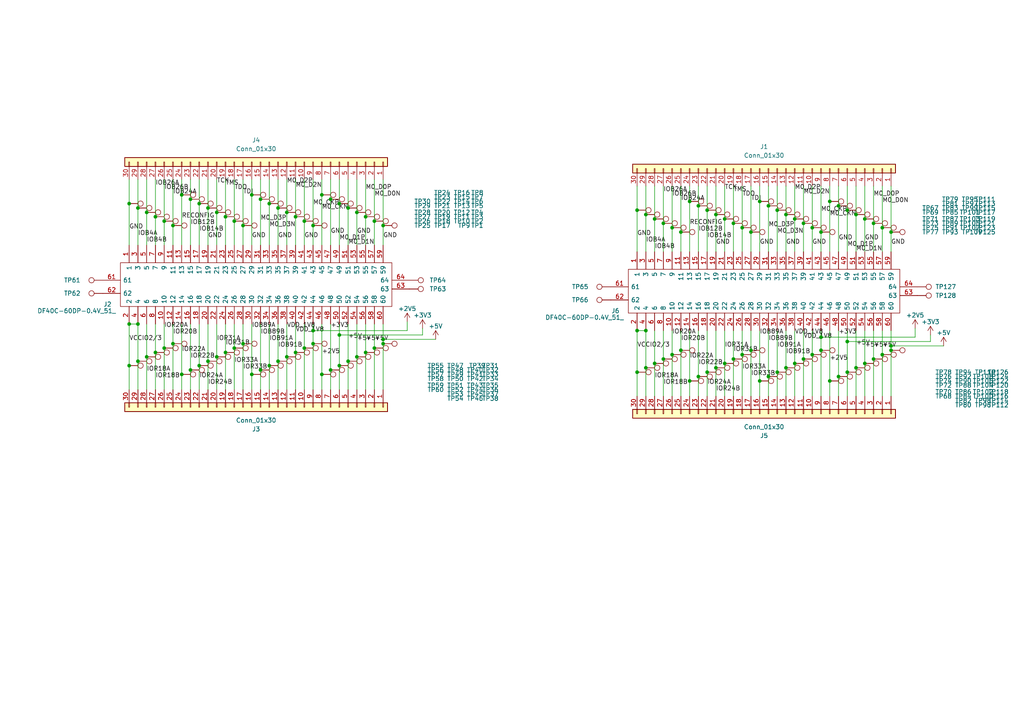
<source format=kicad_sch>
(kicad_sch (version 20230121) (generator eeschema)
  (paper "A4")
  (junction (at 37.465 106.045))
  (junction (at 98.425 59.055))
  (junction (at 73.025 108.585))
  (junction (at 42.545 103.505))
  (junction (at 67.945 100.965))
  (junction (at 70.485 99.695))
  (junction (at 250.825 63.5))
  (junction (at 103.505 103.505))
  (junction (at 78.105 59.055))
  (junction (at 192.405 104.14))
  (junction (at 65.405 102.235))
  (junction (at 57.785 106.045))
  (junction (at 230.505 105.41))
  (junction (at 255.905 102.87))
  (junction (at 108.585 100.965))
  (junction (at 37.465 59.055))
  (junction (at 227.965 62.23))
  (junction (at 95.885 107.315))
  (junction (at 220.345 110.49))
  (junction (at 240.665 110.49))
  (junction (at 192.405 64.77))
  (junction (at 42.545 61.595))
  (junction (at 189.865 63.5))
  (junction (at 80.645 104.775))
  (junction (at 210.185 105.41))
  (junction (at 233.045 64.77))
  (junction (at 197.485 67.31))
  (junction (at 187.325 95.885))
  (junction (at 62.865 61.595))
  (junction (at 108.585 64.135))
  (junction (at 50.165 65.405))
  (junction (at 98.425 106.045))
  (junction (at 78.105 106.045))
  (junction (at 57.785 59.055))
  (junction (at 197.485 101.6))
  (junction (at 75.565 57.785))
  (junction (at 106.045 62.865))
  (junction (at 50.165 99.695))
  (junction (at 55.245 57.785))
  (junction (at 215.265 66.04))
  (junction (at 40.005 104.775))
  (junction (at 222.885 109.22))
  (junction (at 93.345 56.515))
  (junction (at 73.025 56.515))
  (junction (at 205.105 60.96))
  (junction (at 67.945 64.135))
  (junction (at 194.945 66.04))
  (junction (at 245.745 107.95))
  (junction (at 217.805 101.6))
  (junction (at 227.965 106.68))
  (junction (at 184.785 107.95))
  (junction (at 85.725 62.865))
  (junction (at 52.705 108.585))
  (junction (at 212.725 104.14))
  (junction (at 210.185 63.5))
  (junction (at 230.505 63.5))
  (junction (at 60.325 104.775))
  (junction (at 243.205 59.69))
  (junction (at 70.485 65.405))
  (junction (at 207.645 106.68))
  (junction (at 189.865 105.41))
  (junction (at 100.965 104.775))
  (junction (at 222.885 59.69))
  (junction (at 184.785 95.885))
  (junction (at 45.085 102.235))
  (junction (at 187.325 62.23))
  (junction (at 245.745 99.06))
  (junction (at 245.745 60.96))
  (junction (at 47.625 100.965))
  (junction (at 212.725 64.77))
  (junction (at 90.805 65.405))
  (junction (at 88.265 100.965))
  (junction (at 90.805 99.695))
  (junction (at 238.125 97.79))
  (junction (at 240.665 58.42))
  (junction (at 200.025 110.49))
  (junction (at 238.125 67.31))
  (junction (at 111.125 65.405))
  (junction (at 95.885 57.785))
  (junction (at 217.805 67.31))
  (junction (at 98.425 97.155))
  (junction (at 194.945 102.87))
  (junction (at 37.465 93.98))
  (junction (at 258.445 67.31))
  (junction (at 83.185 103.505))
  (junction (at 248.285 106.68))
  (junction (at 225.425 107.95))
  (junction (at 258.445 100.33))
  (junction (at 225.425 60.96))
  (junction (at 215.265 102.87))
  (junction (at 45.085 62.865))
  (junction (at 235.585 66.04))
  (junction (at 253.365 64.77))
  (junction (at 200.025 58.42))
  (junction (at 258.445 101.6))
  (junction (at 100.965 60.325))
  (junction (at 248.285 62.23))
  (junction (at 255.905 66.04))
  (junction (at 207.645 62.23))
  (junction (at 103.505 61.595))
  (junction (at 52.705 56.515))
  (junction (at 220.345 58.42))
  (junction (at 238.125 101.6))
  (junction (at 111.125 99.695))
  (junction (at 90.805 95.885))
  (junction (at 235.585 102.87))
  (junction (at 184.785 60.96))
  (junction (at 187.325 106.68))
  (junction (at 233.045 104.14))
  (junction (at 47.625 64.135))
  (junction (at 40.005 93.98))
  (junction (at 62.865 103.505))
  (junction (at 65.405 62.865))
  (junction (at 205.105 107.95))
  (junction (at 80.645 60.325))
  (junction (at 60.325 60.325))
  (junction (at 83.185 61.595))
  (junction (at 55.245 107.315))
  (junction (at 243.205 109.22))
  (junction (at 75.565 107.315))
  (junction (at 250.825 105.41))
  (junction (at 202.565 109.22))
  (junction (at 40.005 60.325))
  (junction (at 88.265 64.135))
  (junction (at 253.365 104.14))
  (junction (at 85.725 102.235))
  (junction (at 202.565 59.69))
  (junction (at 111.125 98.425))
  (junction (at 106.045 102.235))
  (junction (at 93.345 108.585))
  (wire (pts (xy 100.965 60.325) (xy 100.965 71.12)))
  (wire (pts (xy 88.265 52.07) (xy 88.265 64.135)))
  (wire (pts (xy 212.725 95.885) (xy 212.725 104.14)))
  (wire (pts (xy 85.725 93.98) (xy 85.725 102.235)))
  (wire (pts (xy 62.865 71.12) (xy 62.865 61.595)))
  (wire (pts (xy 55.245 113.03) (xy 55.245 107.315)))
  (wire (pts (xy 238.125 97.79) (xy 265.43 97.79)))
  (wire (pts (xy 65.405 52.07) (xy 65.405 62.865)))
  (wire (pts (xy 194.945 114.935) (xy 194.945 102.87)))
  (wire (pts (xy 83.185 93.98) (xy 83.185 103.505)))
  (wire (pts (xy 98.425 113.03) (xy 98.425 106.045)))
  (wire (pts (xy 118.11 95.885) (xy 118.11 93.345)))
  (wire (pts (xy 47.625 113.03) (xy 47.625 100.965)))
  (wire (pts (xy 83.185 113.03) (xy 83.185 103.505)))
  (wire (pts (xy 227.965 95.885) (xy 227.965 106.68)))
  (wire (pts (xy 243.205 95.885) (xy 243.205 109.22)))
  (wire (pts (xy 189.865 73.025) (xy 189.865 63.5)))
  (wire (pts (xy 98.425 52.07) (xy 98.425 59.055)))
  (wire (pts (xy 245.745 53.975) (xy 245.745 60.96)))
  (wire (pts (xy 230.505 114.935) (xy 230.505 105.41)))
  (wire (pts (xy 108.585 113.03) (xy 108.585 100.965)))
  (wire (pts (xy 255.905 53.975) (xy 255.905 66.04)))
  (wire (pts (xy 258.445 95.885) (xy 258.445 100.33)))
  (wire (pts (xy 235.585 53.975) (xy 235.585 66.04)))
  (wire (pts (xy 65.405 93.98) (xy 65.405 102.235)))
  (wire (pts (xy 222.885 114.935) (xy 222.885 109.22)))
  (wire (pts (xy 187.325 95.885) (xy 187.325 106.68)))
  (wire (pts (xy 90.805 52.07) (xy 90.805 65.405)))
  (wire (pts (xy 60.325 52.07) (xy 60.325 60.325)))
  (wire (pts (xy 103.505 52.07) (xy 103.505 61.595)))
  (wire (pts (xy 200.025 53.975) (xy 200.025 58.42)))
  (wire (pts (xy 194.945 73.025) (xy 194.945 66.04)))
  (wire (pts (xy 90.805 113.03) (xy 90.805 99.695)))
  (wire (pts (xy 103.505 113.03) (xy 103.505 103.505)))
  (wire (pts (xy 60.325 60.325) (xy 60.325 71.12)))
  (wire (pts (xy 75.565 52.07) (xy 75.565 57.785)))
  (wire (pts (xy 95.885 113.03) (xy 95.885 107.315)))
  (wire (pts (xy 67.945 113.03) (xy 67.945 100.965)))
  (wire (pts (xy 200.025 114.935) (xy 200.025 110.49)))
  (wire (pts (xy 42.545 52.07) (xy 42.545 61.595)))
  (wire (pts (xy 55.245 52.07) (xy 55.245 57.785)))
  (wire (pts (xy 197.485 73.025) (xy 197.485 67.31)))
  (wire (pts (xy 88.265 64.135) (xy 88.265 71.12)))
  (wire (pts (xy 225.425 53.975) (xy 225.425 60.96)))
  (wire (pts (xy 253.365 53.975) (xy 253.365 64.77)))
  (wire (pts (xy 83.185 52.07) (xy 83.185 61.595)))
  (wire (pts (xy 220.345 53.975) (xy 220.345 58.42)))
  (wire (pts (xy 93.345 93.98) (xy 93.345 108.585)))
  (wire (pts (xy 220.345 58.42) (xy 220.345 73.025)))
  (wire (pts (xy 45.085 71.12) (xy 45.085 62.865)))
  (wire (pts (xy 85.725 52.07) (xy 85.725 62.865)))
  (wire (pts (xy 42.545 93.98) (xy 42.545 103.505)))
  (wire (pts (xy 57.785 52.07) (xy 57.785 59.055)))
  (wire (pts (xy 245.745 99.06) (xy 245.745 107.95)))
  (wire (pts (xy 187.325 53.975) (xy 187.325 62.23)))
  (wire (pts (xy 93.345 52.07) (xy 93.345 56.515)))
  (wire (pts (xy 106.045 93.98) (xy 106.045 102.235)))
  (wire (pts (xy 60.325 113.03) (xy 60.325 104.775)))
  (wire (pts (xy 78.105 113.03) (xy 78.105 106.045)))
  (wire (pts (xy 55.245 93.98) (xy 55.245 107.315)))
  (wire (pts (xy 40.005 93.98) (xy 40.005 104.775)))
  (wire (pts (xy 73.025 113.03) (xy 73.025 108.585)))
  (wire (pts (xy 194.945 95.885) (xy 194.945 102.87)))
  (wire (pts (xy 184.785 114.935) (xy 184.785 107.95)))
  (wire (pts (xy 238.125 73.025) (xy 238.125 67.31)))
  (wire (pts (xy 50.165 52.07) (xy 50.165 65.405)))
  (wire (pts (xy 90.805 71.12) (xy 90.805 65.405)))
  (wire (pts (xy 189.865 114.935) (xy 189.865 105.41)))
  (wire (pts (xy 85.725 113.03) (xy 85.725 102.235)))
  (wire (pts (xy 37.465 93.98) (xy 40.005 93.98)))
  (wire (pts (xy 93.345 56.515) (xy 93.345 71.12)))
  (wire (pts (xy 192.405 73.025) (xy 192.405 64.77)))
  (wire (pts (xy 108.585 93.98) (xy 108.585 100.965)))
  (wire (pts (xy 235.585 66.04) (xy 235.585 73.025)))
  (wire (pts (xy 215.265 73.025) (xy 215.265 66.04)))
  (wire (pts (xy 80.645 113.03) (xy 80.645 104.775)))
  (wire (pts (xy 187.325 62.23) (xy 187.325 73.025)))
  (wire (pts (xy 98.425 93.98) (xy 98.425 97.155)))
  (wire (pts (xy 78.105 93.98) (xy 78.105 106.045)))
  (wire (pts (xy 106.045 52.07) (xy 106.045 62.865)))
  (wire (pts (xy 210.185 95.885) (xy 210.185 105.41)))
  (wire (pts (xy 250.825 114.935) (xy 250.825 105.41)))
  (wire (pts (xy 217.805 73.025) (xy 217.805 67.31)))
  (wire (pts (xy 65.405 71.12) (xy 65.405 62.865)))
  (wire (pts (xy 240.665 114.935) (xy 240.665 110.49)))
  (wire (pts (xy 212.725 53.975) (xy 212.725 64.77)))
  (wire (pts (xy 57.785 93.98) (xy 57.785 106.045)))
  (wire (pts (xy 37.465 59.055) (xy 37.465 71.12)))
  (wire (pts (xy 47.625 93.98) (xy 47.625 100.965)))
  (wire (pts (xy 197.485 53.975) (xy 197.485 67.31)))
  (wire (pts (xy 250.825 95.885) (xy 250.825 105.41)))
  (wire (pts (xy 245.745 60.96) (xy 245.745 73.025)))
  (wire (pts (xy 55.245 57.785) (xy 55.245 71.12)))
  (wire (pts (xy 217.805 114.935) (xy 217.805 101.6)))
  (wire (pts (xy 248.285 62.23) (xy 248.285 73.025)))
  (wire (pts (xy 184.785 95.885) (xy 187.325 95.885)))
  (wire (pts (xy 62.865 113.03) (xy 62.865 103.505)))
  (wire (pts (xy 235.585 95.885) (xy 235.585 102.87)))
  (wire (pts (xy 45.085 113.03) (xy 45.085 102.235)))
  (wire (pts (xy 253.365 95.885) (xy 253.365 104.14)))
  (wire (pts (xy 243.205 73.025) (xy 243.205 59.69)))
  (wire (pts (xy 207.645 62.23) (xy 207.645 73.025)))
  (wire (pts (xy 253.365 114.935) (xy 253.365 104.14)))
  (wire (pts (xy 220.345 95.885) (xy 220.345 110.49)))
  (wire (pts (xy 255.905 95.885) (xy 255.905 102.87)))
  (wire (pts (xy 70.485 93.98) (xy 70.485 99.695)))
  (wire (pts (xy 243.205 53.975) (xy 243.205 59.69)))
  (wire (pts (xy 98.425 97.155) (xy 122.555 97.155)))
  (wire (pts (xy 70.485 71.12) (xy 70.485 65.405)))
  (wire (pts (xy 57.785 113.03) (xy 57.785 106.045)))
  (wire (pts (xy 235.585 114.935) (xy 235.585 102.87)))
  (wire (pts (xy 90.805 93.98) (xy 90.805 95.885)))
  (wire (pts (xy 202.565 53.975) (xy 202.565 59.69)))
  (wire (pts (xy 253.365 73.025) (xy 253.365 64.77)))
  (wire (pts (xy 258.445 67.31) (xy 258.445 73.025)))
  (wire (pts (xy 83.185 71.12) (xy 83.185 61.595)))
  (wire (pts (xy 62.865 52.07) (xy 62.865 61.595)))
  (wire (pts (xy 240.665 58.42) (xy 240.665 73.025)))
  (wire (pts (xy 67.945 52.07) (xy 67.945 64.135)))
  (wire (pts (xy 95.885 52.07) (xy 95.885 57.785)))
  (wire (pts (xy 111.125 93.98) (xy 111.125 98.425)))
  (wire (pts (xy 197.485 114.935) (xy 197.485 101.6)))
  (wire (pts (xy 217.805 95.885) (xy 217.805 101.6)))
  (wire (pts (xy 200.025 58.42) (xy 200.025 73.025)))
  (wire (pts (xy 233.045 95.885) (xy 233.045 104.14)))
  (wire (pts (xy 103.505 93.98) (xy 103.505 103.505)))
  (wire (pts (xy 88.265 113.03) (xy 88.265 100.965)))
  (wire (pts (xy 40.005 113.03) (xy 40.005 104.775)))
  (wire (pts (xy 192.405 114.935) (xy 192.405 104.14)))
  (wire (pts (xy 189.865 53.975) (xy 189.865 63.5)))
  (wire (pts (xy 202.565 114.935) (xy 202.565 109.22)))
  (wire (pts (xy 95.885 71.12) (xy 95.885 57.785)))
  (wire (pts (xy 205.105 95.885) (xy 205.105 107.95)))
  (wire (pts (xy 230.505 95.885) (xy 230.505 105.41)))
  (wire (pts (xy 47.625 71.12) (xy 47.625 64.135)))
  (wire (pts (xy 37.465 93.98) (xy 37.465 106.045)))
  (wire (pts (xy 93.345 113.03) (xy 93.345 108.585)))
  (wire (pts (xy 212.725 73.025) (xy 212.725 64.77)))
  (wire (pts (xy 67.945 71.12) (xy 67.945 64.135)))
  (wire (pts (xy 248.285 95.885) (xy 248.285 106.68)))
  (wire (pts (xy 202.565 95.885) (xy 202.565 109.22)))
  (wire (pts (xy 210.185 73.025) (xy 210.185 63.5)))
  (wire (pts (xy 57.785 59.055) (xy 57.785 71.12)))
  (wire (pts (xy 205.105 53.975) (xy 205.105 60.96)))
  (wire (pts (xy 227.965 62.23) (xy 227.965 73.025)))
  (wire (pts (xy 240.665 53.975) (xy 240.665 58.42)))
  (wire (pts (xy 75.565 57.785) (xy 75.565 71.12)))
  (wire (pts (xy 192.405 95.885) (xy 192.405 104.14)))
  (wire (pts (xy 243.205 114.935) (xy 243.205 109.22)))
  (wire (pts (xy 230.505 73.025) (xy 230.505 63.5)))
  (wire (pts (xy 45.085 93.98) (xy 45.085 102.235)))
  (wire (pts (xy 52.705 52.07) (xy 52.705 56.515)))
  (wire (pts (xy 200.025 95.885) (xy 200.025 110.49)))
  (wire (pts (xy 255.905 73.025) (xy 255.905 66.04)))
  (wire (pts (xy 70.485 113.03) (xy 70.485 99.695)))
  (wire (pts (xy 248.285 53.975) (xy 248.285 62.23)))
  (wire (pts (xy 108.585 71.12) (xy 108.585 64.135)))
  (wire (pts (xy 250.825 53.975) (xy 250.825 63.5)))
  (wire (pts (xy 98.425 59.055) (xy 98.425 71.12)))
  (wire (pts (xy 225.425 60.96) (xy 225.425 73.025)))
  (wire (pts (xy 184.785 60.96) (xy 184.785 73.025)))
  (wire (pts (xy 100.965 93.98) (xy 100.965 104.775)))
  (wire (pts (xy 205.105 114.935) (xy 205.105 107.95)))
  (wire (pts (xy 197.485 95.885) (xy 197.485 101.6)))
  (wire (pts (xy 230.505 53.975) (xy 230.505 63.5)))
  (wire (pts (xy 50.165 71.12) (xy 50.165 65.405)))
  (wire (pts (xy 111.125 98.425) (xy 126.365 98.425)))
  (wire (pts (xy 215.265 95.885) (xy 215.265 102.87)))
  (wire (pts (xy 67.945 93.98) (xy 67.945 100.965)))
  (wire (pts (xy 42.545 113.03) (xy 42.545 103.505)))
  (wire (pts (xy 111.125 98.425) (xy 111.125 99.695)))
  (wire (pts (xy 207.645 53.975) (xy 207.645 62.23)))
  (wire (pts (xy 210.185 114.935) (xy 210.185 105.41)))
  (wire (pts (xy 80.645 52.07) (xy 80.645 60.325)))
  (wire (pts (xy 78.105 59.055) (xy 78.105 71.12)))
  (wire (pts (xy 227.965 53.975) (xy 227.965 62.23)))
  (wire (pts (xy 90.805 95.885) (xy 118.11 95.885)))
  (wire (pts (xy 100.965 52.07) (xy 100.965 60.325)))
  (wire (pts (xy 90.805 95.885) (xy 90.805 99.695)))
  (wire (pts (xy 98.425 97.155) (xy 98.425 106.045)))
  (wire (pts (xy 37.465 113.03) (xy 37.465 106.045)))
  (wire (pts (xy 233.045 114.935) (xy 233.045 104.14)))
  (wire (pts (xy 238.125 114.935) (xy 238.125 101.6)))
  (wire (pts (xy 184.785 53.975) (xy 184.785 60.96)))
  (wire (pts (xy 258.445 100.33) (xy 258.445 101.6)))
  (wire (pts (xy 106.045 113.03) (xy 106.045 102.235)))
  (wire (pts (xy 233.045 73.025) (xy 233.045 64.77)))
  (wire (pts (xy 222.885 53.975) (xy 222.885 59.69)))
  (wire (pts (xy 245.745 99.06) (xy 269.875 99.06)))
  (wire (pts (xy 95.885 93.98) (xy 95.885 107.315)))
  (wire (pts (xy 265.43 97.79) (xy 265.43 95.25)))
  (wire (pts (xy 250.825 73.025) (xy 250.825 63.5)))
  (wire (pts (xy 227.965 114.935) (xy 227.965 106.68)))
  (wire (pts (xy 222.885 95.885) (xy 222.885 109.22)))
  (wire (pts (xy 45.085 52.07) (xy 45.085 62.865)))
  (wire (pts (xy 108.585 52.07) (xy 108.585 64.135)))
  (wire (pts (xy 207.645 114.935) (xy 207.645 106.68)))
  (wire (pts (xy 184.785 95.885) (xy 184.785 107.95)))
  (wire (pts (xy 73.025 56.515) (xy 73.025 71.12)))
  (wire (pts (xy 225.425 95.885) (xy 225.425 107.95)))
  (wire (pts (xy 65.405 113.03) (xy 65.405 102.235)))
  (wire (pts (xy 88.265 93.98) (xy 88.265 100.965)))
  (wire (pts (xy 111.125 113.03) (xy 111.125 99.695)))
  (wire (pts (xy 205.105 60.96) (xy 205.105 73.025)))
  (wire (pts (xy 215.265 114.935) (xy 215.265 102.87)))
  (wire (pts (xy 40.005 60.325) (xy 40.005 71.12)))
  (wire (pts (xy 50.165 113.03) (xy 50.165 99.695)))
  (wire (pts (xy 238.125 95.885) (xy 238.125 97.79)))
  (wire (pts (xy 52.705 56.515) (xy 52.705 71.12)))
  (wire (pts (xy 73.025 52.07) (xy 73.025 56.515)))
  (wire (pts (xy 80.645 60.325) (xy 80.645 71.12)))
  (wire (pts (xy 269.875 99.06) (xy 269.875 97.155)))
  (wire (pts (xy 245.745 114.935) (xy 245.745 107.95)))
  (wire (pts (xy 100.965 113.03) (xy 100.965 104.775)))
  (wire (pts (xy 207.645 95.885) (xy 207.645 106.68)))
  (wire (pts (xy 189.865 95.885) (xy 189.865 105.41)))
  (wire (pts (xy 258.445 100.33) (xy 273.685 100.33)))
  (wire (pts (xy 255.905 114.935) (xy 255.905 102.87)))
  (wire (pts (xy 222.885 59.69) (xy 222.885 73.025)))
  (wire (pts (xy 40.005 52.07) (xy 40.005 60.325)))
  (wire (pts (xy 111.125 65.405) (xy 111.125 71.12)))
  (wire (pts (xy 103.505 71.12) (xy 103.505 61.595)))
  (wire (pts (xy 217.805 53.975) (xy 217.805 67.31)))
  (wire (pts (xy 60.325 93.98) (xy 60.325 104.775)))
  (wire (pts (xy 37.465 52.07) (xy 37.465 59.055)))
  (wire (pts (xy 47.625 52.07) (xy 47.625 64.135)))
  (wire (pts (xy 75.565 113.03) (xy 75.565 107.315)))
  (wire (pts (xy 192.405 53.975) (xy 192.405 64.77)))
  (wire (pts (xy 220.345 114.935) (xy 220.345 110.49)))
  (wire (pts (xy 258.445 53.975) (xy 258.445 67.31)))
  (wire (pts (xy 75.565 93.98) (xy 75.565 107.315)))
  (wire (pts (xy 258.445 114.935) (xy 258.445 101.6)))
  (wire (pts (xy 111.125 52.07) (xy 111.125 65.405)))
  (wire (pts (xy 78.105 52.07) (xy 78.105 59.055)))
  (wire (pts (xy 42.545 71.12) (xy 42.545 61.595)))
  (wire (pts (xy 70.485 52.07) (xy 70.485 65.405)))
  (wire (pts (xy 245.745 95.885) (xy 245.745 99.06)))
  (wire (pts (xy 233.045 53.975) (xy 233.045 64.77)))
  (wire (pts (xy 238.125 53.975) (xy 238.125 67.31)))
  (wire (pts (xy 106.045 71.12) (xy 106.045 62.865)))
  (wire (pts (xy 62.865 93.98) (xy 62.865 103.505)))
  (wire (pts (xy 52.705 113.03) (xy 52.705 108.585)))
  (wire (pts (xy 50.165 93.98) (xy 50.165 99.695)))
  (wire (pts (xy 194.945 53.975) (xy 194.945 66.04)))
  (wire (pts (xy 187.325 114.935) (xy 187.325 106.68)))
  (wire (pts (xy 215.265 53.975) (xy 215.265 66.04)))
  (wire (pts (xy 85.725 71.12) (xy 85.725 62.865)))
  (wire (pts (xy 80.645 93.98) (xy 80.645 104.775)))
  (wire (pts (xy 238.125 97.79) (xy 238.125 101.6)))
  (wire (pts (xy 225.425 114.935) (xy 225.425 107.95)))
  (wire (pts (xy 212.725 114.935) (xy 212.725 104.14)))
  (wire (pts (xy 122.555 97.155) (xy 122.555 95.25)))
  (wire (pts (xy 210.185 53.975) (xy 210.185 63.5)))
  (wire (pts (xy 52.705 93.98) (xy 52.705 108.585)))
  (wire (pts (xy 202.565 59.69) (xy 202.565 73.025)))
  (wire (pts (xy 240.665 95.885) (xy 240.665 110.49)))
  (wire (pts (xy 248.285 114.935) (xy 248.285 106.68)))
  (wire (pts (xy 73.025 93.98) (xy 73.025 108.585)))
  (label "IOR20B" (at 50.165 97.155 0))
  (label "M0_D3N" (at 225.425 67.945 0))
  (label "IOR31B" (at 212.725 102.235 0))
  (label "IOR18B" (at 192.405 111.76 0))
  (label "IOR20A" (at 194.945 97.155 0))
  (label "IOB89A" (at 73.025 95.25 0))
  (label "+5V" (at 250.825 100.965 0))
  (label "IOR24B" (at 60.325 111.76 0))
  (label "IOB4A" (at 187.325 70.485 0))
  (label "IOB14B" (at 205.105 69.215 0))
  (label "IOB4B" (at 189.865 72.39 0))
  (label "GND" (at 103.505 67.945 0))
  (label "+2V5" (at 93.345 102.87 0))
  (label "TDI" (at 217.805 58.42 0))
  (label "GND" (at 243.205 69.85 0))
  (label "RECONFIG" (at 200.025 65.405 0))
  (label "IOB26B" (at 47.625 55.245 0))
  (label "M0_D2N" (at 233.045 56.515 0))
  (label "IOB26A" (at 192.405 55.88 0))
  (label "GND" (at 258.445 71.12 0))
  (label "IOR33A" (at 67.945 105.41 0))
  (label "GND" (at 73.025 69.215 0))
  (label "M0_D2P" (at 83.185 53.34 0))
  (label "IOB91A" (at 78.105 99.06 0))
  (label "+5V" (at 255.905 100.965 0))
  (label "TMS" (at 65.405 53.975 0))
  (label "IOR22B" (at 55.245 104.14 0))
  (label "IOR22B" (at 202.565 106.045 0))
  (label "+3V3" (at 95.885 95.25 0))
  (label "IOR18A" (at 42.545 107.95 0))
  (label "TCK" (at 62.865 53.34 0))
  (label "TDO" (at 67.945 55.245 0))
  (label "GND" (at 227.965 71.12 0))
  (label "IOR18A" (at 189.865 109.855 0))
  (label "IOR31A" (at 62.865 99.06 0))
  (label "IOR24B" (at 207.645 113.665 0))
  (label "IOB91B" (at 80.645 100.965 0))
  (label "GND" (at 95.885 67.945 0))
  (label "+3V3" (at 243.205 97.155 0))
  (label "M0_CKP" (at 90.805 59.69 0))
  (label "+2V5" (at 240.665 104.775 0))
  (label "GND" (at 235.585 71.12 0))
  (label "VCCIO2{slash}3" (at 37.465 99.06 0))
  (label "GND" (at 111.125 69.215 0))
  (label "IOR24A" (at 57.785 109.855 0))
  (label "GND" (at 250.825 69.85 0))
  (label "GND" (at 37.465 66.675 0))
  (label "VDD_1V8" (at 83.185 95.25 0))
  (label "RECONFIG" (at 52.705 63.5 0))
  (label "IOB4A" (at 40.005 68.58 0))
  (label "M0_D2P" (at 230.505 55.245 0))
  (label "+5V" (at 106.045 99.06 0))
  (label "IOB89B" (at 222.885 99.06 0))
  (label "GND" (at 220.345 71.12 0))
  (label "IOB24A" (at 50.165 56.515 0))
  (label "IOB91B" (at 227.965 102.87 0))
  (label "M0_D0N" (at 108.585 57.15 0))
  (label "GND" (at 80.645 69.215 0))
  (label "IOR33B" (at 217.805 109.22 0))
  (label "M0_D3P" (at 75.565 64.135 0))
  (label "IOB89A" (at 220.345 97.155 0))
  (label "IOR20B" (at 197.485 99.06 0))
  (label "IOR22A" (at 200.025 104.14 0))
  (label "IOB4B" (at 42.545 70.485 0))
  (label "IOR31B" (at 65.405 100.33 0))
  (label "M0_D1N" (at 248.285 73.025 0))
  (label "M0_D1P" (at 98.425 69.85 0))
  (label "VDD_1V8" (at 230.505 97.155 0))
  (label "+5V" (at 253.365 100.965 0))
  (label "GND" (at 60.325 69.215 0))
  (label "TMS" (at 212.725 55.88 0))
  (label "IOR24A" (at 205.105 111.76 0))
  (label "IOR33B" (at 70.485 107.315 0))
  (label "TCK" (at 210.185 55.245 0))
  (label "M0_D1N" (at 100.965 71.12 0))
  (label "GND" (at 184.785 68.58 0))
  (label "IOB91A" (at 225.425 100.965 0))
  (label "M0_D3N" (at 78.105 66.04 0))
  (label "+5V" (at 100.965 98.425 0))
  (label "TDI" (at 70.485 56.515 0))
  (label "IOR18B" (at 45.085 109.855 0))
  (label "VCCIO2{slash}3" (at 184.785 100.965 0))
  (label "IOB14B" (at 57.785 67.31 0))
  (label "IOR33A" (at 215.265 107.315 0))
  (label "M0_D2N" (at 85.725 54.61 0))
  (label "M0_D3P" (at 222.885 66.04 0))
  (label "VDD_1V8" (at 85.725 96.52 0))
  (label "M0_CKP" (at 238.125 61.595 0))
  (label "M0_CKN" (at 93.345 60.96 0))
  (label "+5V" (at 108.585 99.06 0))
  (label "M0_D0P" (at 253.365 57.15 0))
  (label "IOB12B" (at 55.245 65.405 0))
  (label "+5V" (at 248.285 100.33 0))
  (label "VDD_1V8" (at 233.045 98.425 0))
  (label "+5V" (at 103.505 99.06 0))
  (label "IOB26B" (at 194.945 57.15 0))
  (label "IOB24A" (at 197.485 58.42 0))
  (label "GND" (at 207.645 71.12 0))
  (label "IOB26A" (at 45.085 53.975 0))
  (label "M0_D0N" (at 255.905 59.055 0))
  (label "IOB12B" (at 202.565 67.31 0))
  (label "TDO" (at 215.265 57.15 0))
  (label "M0_D1P" (at 245.745 71.755 0))
  (label "IOR22A" (at 52.705 102.235 0))
  (label "IOR31A" (at 210.185 100.965 0))
  (label "IOB89B" (at 75.565 97.155 0))
  (label "IOR20A" (at 47.625 95.25 0))
  (label "M0_D0P" (at 106.045 55.245 0))
  (label "M0_CKN" (at 240.665 62.865 0))
  (label "GND" (at 88.265 69.215 0))
  (symbol (lib_id "Connector:TestPoint") (at 60.325 104.775 270) (mirror x) (unit 1)
    (property "Reference" "TP51" (at 132.08 111.76 90))
    (property "Value" "TestPoint" (effects hide))
    (property "Footprint" "TestPoint:TestPoint_Pad_1.5x1.5mm" (effects hide))
  )
  (symbol (lib_id "Connector:TestPoint") (at 103.505 61.595 270) (unit 1)
    (property "Reference" "TP4" (at 138.43 61.595 90))
    (property "Value" "TestPoint" (effects hide))
    (property "Footprint" "TestPoint:TestPoint_Pad_1.5x1.5mm" (effects hide))
  )
  (symbol (lib_id "Connector:TestPoint") (at 42.545 103.505 270) (mirror x) (unit 1)
    (property "Reference" "TP58" (at 126.365 109.855 90))
    (property "Value" "TestPoint" (effects hide))
    (property "Footprint" "TestPoint:TestPoint_Pad_1.5x1.5mm" (effects hide))
  )
  (symbol (lib_id "power:+5V") (at 273.685 100.33 0) (unit 1)
    (property "Reference" "#PWR06" (effects hide))
    (property "Value" "+5V" (at 273.685 96.52 0))
  )
  (symbol (lib_id "Connector:TestPoint") (at 106.045 102.235 270) (mirror x) (unit 1)
    (property "Reference" "TP33" (at 142.24 108.585 90))
    (property "Value" "TestPoint" (effects hide))
    (property "Footprint" "TestPoint:TestPoint_Pad_1.5x1.5mm" (effects hide))
  )
  (symbol (lib_id "Connector:TestPoint") (at 88.265 100.965 270) (mirror x) (unit 1)
    (property "Reference" "TP40" (at 137.795 107.315 90))
    (property "Value" "TestPoint" (effects hide))
    (property "Footprint" "TestPoint:TestPoint_Pad_1.5x1.5mm" (effects hide))
  )
  (symbol (lib_id "Connector:TestPoint") (at 177.165 83.185 90) (unit 1)
    (property "Reference" "TP65" (at 168.275 83.185 90))
    (property "Value" "TestPoint" (effects hide))
    (property "Footprint" "TestPoint:TestPoint_Pad_1.5x1.5mm" (effects hide))
  )
  (symbol (lib_id "Connector:TestPoint") (at 245.745 60.96 270) (unit 1)
    (property "Reference" "TP115" (at 285.75 60.325 90))
    (property "Value" "TestPoint" (effects hide))
    (property "Footprint" "TestPoint:TestPoint_Pad_1.5x1.5mm" (effects hide))
  )
  (symbol (lib_id "Connector:TestPoint") (at 50.165 99.695 270) (mirror x) (unit 1)
    (property "Reference" "TP55" (at 126.365 106.045 90))
    (property "Value" "TestPoint" (effects hide))
    (property "Footprint" "TestPoint:TestPoint_Pad_1.5x1.5mm" (effects hide))
  )
  (symbol (lib_id "Connector:TestPoint") (at 248.285 106.68 270) (mirror x) (unit 1)
    (property "Reference" "TP118" (at 289.56 113.665 90))
    (property "Value" "TestPoint" (effects hide))
    (property "Footprint" "TestPoint:TestPoint_Pad_1.5x1.5mm" (effects hide))
  )
  (symbol (lib_id "Connector:TestPoint") (at 220.345 110.49 270) (mirror x) (unit 1)
    (property "Reference" "TP96" (at 285.115 117.475 90))
    (property "Value" "TestPoint" (effects hide))
    (property "Footprint" "TestPoint:TestPoint_Pad_1.5x1.5mm" (effects hide))
  )
  (symbol (lib_id "Connector:TestPoint") (at 90.805 65.405 270) (unit 1)
    (property "Reference" "TP9" (at 134.62 65.405 90))
    (property "Value" "TestPoint" (effects hide))
    (property "Footprint" "TestPoint:TestPoint_Pad_1.5x1.5mm" (effects hide))
  )
  (symbol (lib_id "Connector:TestPoint") (at 192.405 64.77 270) (unit 1)
    (property "Reference" "TP73" (at 269.875 64.77 90))
    (property "Value" "TestPoint" (effects hide))
    (property "Footprint" "TestPoint:TestPoint_Pad_1.5x1.5mm" (effects hide))
  )
  (symbol (lib_id "Connector:TestPoint") (at 73.025 56.515 270) (unit 1)
    (property "Reference" "TP16" (at 133.985 55.88 90))
    (property "Value" "TestPoint" (effects hide))
    (property "Footprint" "TestPoint:TestPoint_Pad_1.5x1.5mm" (effects hide))
  )
  (symbol (lib_id "Connector:TestPoint") (at 240.665 58.42 270) (unit 1)
    (property "Reference" "TP111" (at 285.75 57.785 90))
    (property "Value" "TestPoint" (effects hide))
    (property "Footprint" "TestPoint:TestPoint_Pad_1.5x1.5mm" (effects hide))
  )
  (symbol (lib_id "Connector:TestPoint") (at 55.245 107.315 270) (mirror x) (unit 1)
    (property "Reference" "TP53" (at 132.08 114.3 90))
    (property "Value" "TestPoint" (effects hide))
    (property "Footprint" "TestPoint:TestPoint_Pad_1.5x1.5mm" (effects hide))
  )
  (symbol (lib_id "Connector:TestPoint") (at 225.425 107.95 270) (mirror x) (unit 1)
    (property "Reference" "TP100" (at 285.115 114.935 90))
    (property "Value" "TestPoint" (effects hide))
    (property "Footprint" "TestPoint:TestPoint_Pad_1.5x1.5mm" (effects hide))
  )
  (symbol (lib_id "Connector:TestPoint") (at 233.045 64.77 270) (unit 1)
    (property "Reference" "TP105" (at 281.305 64.77 90))
    (property "Value" "TestPoint" (effects hide))
    (property "Footprint" "TestPoint:TestPoint_Pad_1.5x1.5mm" (effects hide))
  )
  (symbol (lib_id "Connector:TestPoint") (at 243.205 109.22 270) (mirror x) (unit 1)
    (property "Reference" "TP114" (at 289.56 116.205 90))
    (property "Value" "TestPoint" (effects hide))
    (property "Footprint" "TestPoint:TestPoint_Pad_1.5x1.5mm" (effects hide))
  )
  (symbol (lib_id "Connector:TestPoint") (at 47.625 100.965 270) (mirror x) (unit 1)
    (property "Reference" "TP56" (at 126.365 107.315 90))
    (property "Value" "TestPoint" (effects hide))
    (property "Footprint" "TestPoint:TestPoint_Pad_1.5x1.5mm" (effects hide))
  )
  (symbol (lib_id "Connector:TestPoint") (at 210.185 63.5 270) (unit 1)
    (property "Reference" "TP87" (at 275.59 63.5 90))
    (property "Value" "TestPoint" (effects hide))
    (property "Footprint" "TestPoint:TestPoint_Pad_1.5x1.5mm" (effects hide))
  )
  (symbol (lib_id "Connector:TestPoint") (at 220.345 58.42 270) (unit 1)
    (property "Reference" "TP95" (at 281.305 57.785 90))
    (property "Value" "TestPoint" (effects hide))
    (property "Footprint" "TestPoint:TestPoint_Pad_1.5x1.5mm" (effects hide))
  )
  (symbol (lib_id "Connector:TestPoint") (at 78.105 59.055 270) (unit 1)
    (property "Reference" "TP14" (at 133.985 58.42 90))
    (property "Value" "TestPoint" (effects hide))
    (property "Footprint" "TestPoint:TestPoint_Pad_1.5x1.5mm" (effects hide))
  )
  (symbol (lib_id "Connector:TestPoint") (at 100.965 104.775 270) (mirror x) (unit 1)
    (property "Reference" "TP35" (at 142.24 111.76 90))
    (property "Value" "TestPoint" (effects hide))
    (property "Footprint" "TestPoint:TestPoint_Pad_1.5x1.5mm" (effects hide))
  )
  (symbol (lib_id "Connector:TestPoint") (at 75.565 57.785 270) (unit 1)
    (property "Reference" "TP15" (at 133.985 57.15 90))
    (property "Value" "TestPoint" (effects hide))
    (property "Footprint" "TestPoint:TestPoint_Pad_1.5x1.5mm" (effects hide))
  )
  (symbol (lib_id "Connector:TestPoint") (at 75.565 107.315 270) (mirror x) (unit 1)
    (property "Reference" "TP45" (at 137.795 114.3 90))
    (property "Value" "TestPoint" (effects hide))
    (property "Footprint" "TestPoint:TestPoint_Pad_1.5x1.5mm" (effects hide))
  )
  (symbol (lib_id "samacsys:DF40C-60DP-0.4V_51_") (at 258.445 73.025 270) (unit 1)
    (property "Reference" "J6" (at 179.705 90.17 90) (effects (justify right)))
    (property "Value" "DF40C-60DP-0.4V_51_" (at 180.975 92.075 90) (effects (justify right)))
    (property "Footprint" "SamacSys_Parts:DF40C-60DP-0.4V_51_" (effects hide))
    (property "Datasheet" "https://datasheet.datasheetarchive.com/originals/distributors/Datasheets-DGA17/1059795.pdf" (effects hide))
    (property "Description" "HIROSE(HRS) - DF40C-60DP-0.4V(51) - CONNECTOR, STACKING, HEADER, 60POS, 2ROW" (effects hide))
    (property "Manufacturer_Name" "Hirose" (effects hide))
    (property "Manufacturer_Part_Number" "DF40C-60DP-0.4V(51)" (effects hide))
  )
  (symbol (lib_id "Connector:TestPoint") (at 187.325 106.68 270) (mirror x) (unit 1)
    (property "Reference" "TP70" (at 273.685 113.665 90))
    (property "Value" "TestPoint" (effects hide))
    (property "Footprint" "TestPoint:TestPoint_Pad_1.5x1.5mm" (effects hide))
  )
  (symbol (lib_id "Connector:TestPoint") (at 215.265 66.04 270) (unit 1)
    (property "Reference" "TP91" (at 275.59 66.04 90))
    (property "Value" "TestPoint" (effects hide))
    (property "Footprint" "TestPoint:TestPoint_Pad_1.5x1.5mm" (effects hide))
  )
  (symbol (lib_id "Connector:TestPoint") (at 189.865 105.41 270) (mirror x) (unit 1)
    (property "Reference" "TP72" (at 273.685 111.76 90))
    (property "Value" "TestPoint" (effects hide))
    (property "Footprint" "TestPoint:TestPoint_Pad_1.5x1.5mm" (effects hide))
  )
  (symbol (lib_id "Connector:TestPoint") (at 194.945 66.04 270) (unit 1)
    (property "Reference" "TP75" (at 269.875 66.04 90))
    (property "Value" "TestPoint" (effects hide))
    (property "Footprint" "TestPoint:TestPoint_Pad_1.5x1.5mm" (effects hide))
  )
  (symbol (lib_id "Connector:TestPoint") (at 65.405 62.865 270) (unit 1)
    (property "Reference" "TP19" (at 128.27 62.865 90))
    (property "Value" "TestPoint" (effects hide))
    (property "Footprint" "TestPoint:TestPoint_Pad_1.5x1.5mm" (effects hide))
  )
  (symbol (lib_id "Connector:TestPoint") (at 255.905 102.87 270) (mirror x) (unit 1)
    (property "Reference" "TP124" (at 289.56 109.22 90))
    (property "Value" "TestPoint" (effects hide))
    (property "Footprint" "TestPoint:TestPoint_Pad_1.5x1.5mm" (effects hide))
  )
  (symbol (lib_id "Connector:TestPoint") (at 55.245 57.785 270) (unit 1)
    (property "Reference" "TP23" (at 128.27 57.15 90))
    (property "Value" "TestPoint" (effects hide))
    (property "Footprint" "TestPoint:TestPoint_Pad_1.5x1.5mm" (effects hide))
  )
  (symbol (lib_id "Connector:TestPoint") (at 222.885 109.22 270) (mirror x) (unit 1)
    (property "Reference" "TP98" (at 285.115 116.205 90))
    (property "Value" "TestPoint" (effects hide))
    (property "Footprint" "TestPoint:TestPoint_Pad_1.5x1.5mm" (effects hide))
  )
  (symbol (lib_id "Connector:TestPoint") (at 103.505 103.505 270) (mirror x) (unit 1)
    (property "Reference" "TP34" (at 142.24 109.855 90))
    (property "Value" "TestPoint" (effects hide))
    (property "Footprint" "TestPoint:TestPoint_Pad_1.5x1.5mm" (effects hide))
  )
  (symbol (lib_id "Connector:TestPoint") (at 90.805 99.695 270) (mirror x) (unit 1)
    (property "Reference" "TP39" (at 138.43 106.045 90))
    (property "Value" "TestPoint" (effects hide))
    (property "Footprint" "TestPoint:TestPoint_Pad_1.5x1.5mm" (effects hide))
  )
  (symbol (lib_id "Connector:TestPoint") (at 243.205 59.69 270) (unit 1)
    (property "Reference" "TP113" (at 285.75 59.055 90))
    (property "Value" "TestPoint" (effects hide))
    (property "Footprint" "TestPoint:TestPoint_Pad_1.5x1.5mm" (effects hide))
  )
  (symbol (lib_id "Connector:TestPoint") (at 93.345 56.515 270) (unit 1)
    (property "Reference" "TP8" (at 138.43 55.88 90))
    (property "Value" "TestPoint" (effects hide))
    (property "Footprint" "TestPoint:TestPoint_Pad_1.5x1.5mm" (effects hide))
  )
  (symbol (lib_id "Connector:TestPoint") (at 177.165 86.995 90) (unit 1)
    (property "Reference" "TP66" (at 168.275 86.995 90))
    (property "Value" "TestPoint" (effects hide))
    (property "Footprint" "TestPoint:TestPoint_Pad_1.5x1.5mm" (effects hide))
  )
  (symbol (lib_id "Connector:TestPoint") (at 200.025 58.42 270) (unit 1)
    (property "Reference" "TP79" (at 275.59 57.785 90))
    (property "Value" "TestPoint" (effects hide))
    (property "Footprint" "TestPoint:TestPoint_Pad_1.5x1.5mm" (effects hide))
  )
  (symbol (lib_id "Connector:TestPoint") (at 192.405 104.14 270) (mirror x) (unit 1)
    (property "Reference" "TP74" (at 273.685 110.49 90))
    (property "Value" "TestPoint" (effects hide))
    (property "Footprint" "TestPoint:TestPoint_Pad_1.5x1.5mm" (effects hide))
  )
  (symbol (lib_id "power:+5V") (at 126.365 98.425 0) (unit 1)
    (property "Reference" "#PWR04" (effects hide))
    (property "Value" "+5V" (at 126.365 94.615 0))
  )
  (symbol (lib_id "Connector:TestPoint") (at 222.885 59.69 270) (unit 1)
    (property "Reference" "TP97" (at 281.305 59.055 90))
    (property "Value" "TestPoint" (effects hide))
    (property "Footprint" "TestPoint:TestPoint_Pad_1.5x1.5mm" (effects hide))
  )
  (symbol (lib_id "Connector:TestPoint") (at 197.485 67.31 270) (unit 1)
    (property "Reference" "TP77" (at 269.875 67.31 90))
    (property "Value" "TestPoint" (effects hide))
    (property "Footprint" "TestPoint:TestPoint_Pad_1.5x1.5mm" (effects hide))
  )
  (symbol (lib_id "Connector:TestPoint") (at 207.645 106.68 270) (mirror x) (unit 1)
    (property "Reference" "TP86" (at 279.4 113.665 90))
    (property "Value" "TestPoint" (effects hide))
    (property "Footprint" "TestPoint:TestPoint_Pad_1.5x1.5mm" (effects hide))
  )
  (symbol (lib_id "Connector:TestPoint") (at 230.505 63.5 270) (unit 1)
    (property "Reference" "TP103" (at 281.305 63.5 90))
    (property "Value" "TestPoint" (effects hide))
    (property "Footprint" "TestPoint:TestPoint_Pad_1.5x1.5mm" (effects hide))
  )
  (symbol (lib_id "Connector:TestPoint") (at 108.585 64.135 270) (unit 1)
    (property "Reference" "TP2" (at 138.43 64.135 90))
    (property "Value" "TestPoint" (effects hide))
    (property "Footprint" "TestPoint:TestPoint_Pad_1.5x1.5mm" (effects hide))
  )
  (symbol (lib_id "Connector:TestPoint") (at 100.965 60.325 270) (unit 1)
    (property "Reference" "TP5" (at 138.43 59.69 90))
    (property "Value" "TestPoint" (effects hide))
    (property "Footprint" "TestPoint:TestPoint_Pad_1.5x1.5mm" (effects hide))
  )
  (symbol (lib_id "Connector:TestPoint") (at 60.325 60.325 270) (unit 1)
    (property "Reference" "TP21" (at 128.27 59.69 90))
    (property "Value" "TestPoint" (effects hide))
    (property "Footprint" "TestPoint:TestPoint_Pad_1.5x1.5mm" (effects hide))
  )
  (symbol (lib_id "Connector:TestPoint") (at 200.025 110.49 270) (mirror x) (unit 1)
    (property "Reference" "TP80" (at 279.4 117.475 90))
    (property "Value" "TestPoint" (effects hide))
    (property "Footprint" "TestPoint:TestPoint_Pad_1.5x1.5mm" (effects hide))
  )
  (symbol (lib_id "Connector:TestPoint") (at 233.045 104.14 270) (mirror x) (unit 1)
    (property "Reference" "TP106" (at 285.115 110.49 90))
    (property "Value" "TestPoint" (effects hide))
    (property "Footprint" "TestPoint:TestPoint_Pad_1.5x1.5mm" (effects hide))
  )
  (symbol (lib_id "Connector:TestPoint") (at 258.445 67.31 270) (unit 1)
    (property "Reference" "TP125" (at 285.75 67.31 90))
    (property "Value" "TestPoint" (effects hide))
    (property "Footprint" "TestPoint:TestPoint_Pad_1.5x1.5mm" (effects hide))
  )
  (symbol (lib_id "Connector:TestPoint") (at 245.745 107.95 270) (mirror x) (unit 1)
    (property "Reference" "TP116" (at 289.56 114.935 90))
    (property "Value" "TestPoint" (effects hide))
    (property "Footprint" "TestPoint:TestPoint_Pad_1.5x1.5mm" (effects hide))
  )
  (symbol (lib_id "Connector:TestPoint") (at 253.365 64.77 270) (unit 1)
    (property "Reference" "TP121" (at 285.75 64.77 90))
    (property "Value" "TestPoint" (effects hide))
    (property "Footprint" "TestPoint:TestPoint_Pad_1.5x1.5mm" (effects hide))
  )
  (symbol (lib_id "Connector:TestPoint") (at 73.025 108.585 270) (mirror x) (unit 1)
    (property "Reference" "TP46" (at 137.795 115.57 90))
    (property "Value" "TestPoint" (effects hide))
    (property "Footprint" "TestPoint:TestPoint_Pad_1.5x1.5mm" (effects hide))
  )
  (symbol (lib_id "Connector:TestPoint") (at 248.285 62.23 270) (unit 1)
    (property "Reference" "TP117" (at 285.75 61.595 90))
    (property "Value" "TestPoint" (effects hide))
    (property "Footprint" "TestPoint:TestPoint_Pad_1.5x1.5mm" (effects hide))
  )
  (symbol (lib_id "Connector:TestPoint") (at 253.365 104.14 270) (mirror x) (unit 1)
    (property "Reference" "TP122" (at 289.56 110.49 90))
    (property "Value" "TestPoint" (effects hide))
    (property "Footprint" "TestPoint:TestPoint_Pad_1.5x1.5mm" (effects hide))
  )
  (symbol (lib_id "Connector:TestPoint") (at 98.425 106.045 270) (mirror x) (unit 1)
    (property "Reference" "TP36" (at 142.24 113.03 90))
    (property "Value" "TestPoint" (effects hide))
    (property "Footprint" "TestPoint:TestPoint_Pad_1.5x1.5mm" (effects hide))
  )
  (symbol (lib_id "Connector:TestPoint") (at 95.885 57.785 270) (unit 1)
    (property "Reference" "TP7" (at 138.43 57.15 90))
    (property "Value" "TestPoint" (effects hide))
    (property "Footprint" "TestPoint:TestPoint_Pad_1.5x1.5mm" (effects hide))
  )
  (symbol (lib_id "Connector:TestPoint") (at 65.405 102.235 270) (mirror x) (unit 1)
    (property "Reference" "TP49" (at 132.08 108.585 90))
    (property "Value" "TestPoint" (effects hide))
    (property "Footprint" "TestPoint:TestPoint_Pad_1.5x1.5mm" (effects hide))
  )
  (symbol (lib_id "Connector:TestPoint") (at 111.125 65.405 270) (unit 1)
    (property "Reference" "TP1" (at 138.43 65.405 90))
    (property "Value" "TestPoint" (effects hide))
    (property "Footprint" "TestPoint:TestPoint_Pad_1.5x1.5mm" (effects hide))
  )
  (symbol (lib_id "Connector:TestPoint") (at 230.505 105.41 270) (mirror x) (unit 1)
    (property "Reference" "TP104" (at 285.115 111.76 90))
    (property "Value" "TestPoint" (effects hide))
    (property "Footprint" "TestPoint:TestPoint_Pad_1.5x1.5mm" (effects hide))
  )
  (symbol (lib_id "Connector:TestPoint") (at 258.445 101.6 270) (mirror x) (unit 1)
    (property "Reference" "TP126" (at 289.56 107.95 90))
    (property "Value" "TestPoint" (effects hide))
    (property "Footprint" "TestPoint:TestPoint_Pad_1.5x1.5mm" (effects hide))
  )
  (symbol (lib_id "Connector:TestPoint") (at 212.725 64.77 270) (unit 1)
    (property "Reference" "TP89" (at 275.59 64.77 90))
    (property "Value" "TestPoint" (effects hide))
    (property "Footprint" "TestPoint:TestPoint_Pad_1.5x1.5mm" (effects hide))
  )
  (symbol (lib_id "Connector:TestPoint") (at 62.865 61.595 270) (unit 1)
    (property "Reference" "TP20" (at 128.27 61.595 90))
    (property "Value" "TestPoint" (effects hide))
    (property "Footprint" "TestPoint:TestPoint_Pad_1.5x1.5mm" (effects hide))
  )
  (symbol (lib_id "Connector:TestPoint") (at 47.625 64.135 270) (unit 1)
    (property "Reference" "TP26" (at 122.555 64.135 90))
    (property "Value" "TestPoint" (effects hide))
    (property "Footprint" "TestPoint:TestPoint_Pad_1.5x1.5mm" (effects hide))
  )
  (symbol (lib_id "Connector:TestPoint") (at 85.725 102.235 270) (mirror x) (unit 1)
    (property "Reference" "TP41" (at 137.795 108.585 90))
    (property "Value" "TestPoint" (effects hide))
    (property "Footprint" "TestPoint:TestPoint_Pad_1.5x1.5mm" (effects hide))
  )
  (symbol (lib_id "Connector:TestPoint") (at 52.705 108.585 270) (mirror x) (unit 1)
    (property "Reference" "TP54" (at 132.08 115.57 90))
    (property "Value" "TestPoint" (effects hide))
    (property "Footprint" "TestPoint:TestPoint_Pad_1.5x1.5mm" (effects hide))
  )
  (symbol (lib_id "Connector:TestPoint") (at 42.545 61.595 270) (unit 1)
    (property "Reference" "TP28" (at 122.555 61.595 90))
    (property "Value" "TestPoint" (effects hide))
    (property "Footprint" "TestPoint:TestPoint_Pad_1.5x1.5mm" (effects hide))
  )
  (symbol (lib_id "Connector:TestPoint") (at 40.005 60.325 270) (unit 1)
    (property "Reference" "TP29" (at 122.555 59.69 90))
    (property "Value" "TestPoint" (effects hide))
    (property "Footprint" "TestPoint:TestPoint_Pad_1.5x1.5mm" (effects hide))
  )
  (symbol (lib_id "power:+3V3") (at 269.875 97.155 0) (unit 1)
    (property "Reference" "#PWR02" (effects hide))
    (property "Value" "+3V3" (at 269.875 93.345 0))
  )
  (symbol (lib_id "Connector:TestPoint") (at 202.565 109.22 270) (mirror x) (unit 1)
    (property "Reference" "TP82" (at 279.4 116.205 90))
    (property "Value" "TestPoint" (effects hide))
    (property "Footprint" "TestPoint:TestPoint_Pad_1.5x1.5mm" (effects hide))
  )
  (symbol (lib_id "Connector:TestPoint") (at 184.785 60.96 270) (unit 1)
    (property "Reference" "TP67" (at 269.875 60.325 90))
    (property "Value" "TestPoint" (effects hide))
    (property "Footprint" "TestPoint:TestPoint_Pad_1.5x1.5mm" (effects hide))
  )
  (symbol (lib_id "Connector:TestPoint") (at 266.065 83.185 270) (unit 1)
    (property "Reference" "TP127" (at 274.32 83.185 90))
    (property "Value" "TestPoint" (effects hide))
    (property "Footprint" "TestPoint:TestPoint_Pad_1.5x1.5mm" (effects hide))
  )
  (symbol (lib_id "Connector:TestPoint") (at 106.045 62.865 270) (unit 1)
    (property "Reference" "TP3" (at 138.43 62.865 90))
    (property "Value" "TestPoint" (effects hide))
    (property "Footprint" "TestPoint:TestPoint_Pad_1.5x1.5mm" (effects hide))
  )
  (symbol (lib_id "Connector:TestPoint") (at 62.865 103.505 270) (mirror x) (unit 1)
    (property "Reference" "TP50" (at 132.08 109.855 90))
    (property "Value" "TestPoint" (effects hide))
    (property "Footprint" "TestPoint:TestPoint_Pad_1.5x1.5mm" (effects hide))
  )
  (symbol (lib_id "Connector:TestPoint") (at 37.465 106.045 270) (mirror x) (unit 1)
    (property "Reference" "TP60" (at 126.365 113.03 90))
    (property "Value" "TestPoint" (effects hide))
    (property "Footprint" "TestPoint:TestPoint_Pad_1.5x1.5mm" (effects hide))
  )
  (symbol (lib_id "Connector:TestPoint") (at 212.725 104.14 270) (mirror x) (unit 1)
    (property "Reference" "TP90" (at 279.4 110.49 90))
    (property "Value" "TestPoint" (effects hide))
    (property "Footprint" "TestPoint:TestPoint_Pad_1.5x1.5mm" (effects hide))
  )
  (symbol (lib_id "Connector:TestPoint") (at 29.845 85.09 90) (unit 1)
    (property "Reference" "TP62" (at 20.955 85.09 90))
    (property "Value" "TestPoint" (effects hide))
    (property "Footprint" "TestPoint:TestPoint_Pad_1.5x1.5mm" (effects hide))
  )
  (symbol (lib_id "Connector:TestPoint") (at 108.585 100.965 270) (mirror x) (unit 1)
    (property "Reference" "TP32" (at 142.24 107.315 90))
    (property "Value" "TestPoint" (effects hide))
    (property "Footprint" "TestPoint:TestPoint_Pad_1.5x1.5mm" (effects hide))
  )
  (symbol (lib_id "Connector:TestPoint") (at 93.345 108.585 270) (mirror x) (unit 1)
    (property "Reference" "TP38" (at 142.24 115.57 90))
    (property "Value" "TestPoint" (effects hide))
    (property "Footprint" "TestPoint:TestPoint_Pad_1.5x1.5mm" (effects hide))
  )
  (symbol (lib_id "Connector:TestPoint") (at 184.785 107.95 270) (mirror x) (unit 1)
    (property "Reference" "TP68" (at 273.685 114.935 90))
    (property "Value" "TestPoint" (effects hide))
    (property "Footprint" "TestPoint:TestPoint_Pad_1.5x1.5mm" (effects hide))
  )
  (symbol (lib_id "Connector:TestPoint") (at 45.085 62.865 270) (unit 1)
    (property "Reference" "TP27" (at 122.555 62.865 90))
    (property "Value" "TestPoint" (effects hide))
    (property "Footprint" "TestPoint:TestPoint_Pad_1.5x1.5mm" (effects hide))
  )
  (symbol (lib_id "Connector_Generic:Conn_01x30") (at 75.565 118.11 270) (unit 1)
    (property "Reference" "J3" (at 74.295 124.46 90))
    (property "Value" "Conn_01x30" (at 74.295 121.92 90))
    (property "Footprint" "Connector_PinHeader_2.54mm:PinHeader_1x30_P2.54mm_Vertical_SMD_Pin1Left" (effects hide))
  )
  (symbol (lib_id "Connector:TestPoint") (at 238.125 101.6 270) (mirror x) (unit 1)
    (property "Reference" "TP110" (at 285.75 107.95 90))
    (property "Value" "TestPoint" (effects hide))
    (property "Footprint" "TestPoint:TestPoint_Pad_1.5x1.5mm" (effects hide))
  )
  (symbol (lib_id "Connector_Generic:Conn_01x30") (at 222.885 48.895 270) (mirror x) (unit 1)
    (property "Reference" "J1" (at 221.615 42.545 90))
    (property "Value" "Conn_01x30" (at 221.615 45.085 90))
    (property "Footprint" "Connector_PinHeader_2.54mm:PinHeader_1x30_P2.54mm_Vertical_SMD_Pin1Left" (effects hide))
  )
  (symbol (lib_id "Connector:TestPoint") (at 57.785 106.045 270) (mirror x) (unit 1)
    (property "Reference" "TP52" (at 132.08 113.03 90))
    (property "Value" "TestPoint" (effects hide))
    (property "Footprint" "TestPoint:TestPoint_Pad_1.5x1.5mm" (effects hide))
  )
  (symbol (lib_id "Connector:TestPoint") (at 57.785 59.055 270) (unit 1)
    (property "Reference" "TP22" (at 128.27 58.42 90))
    (property "Value" "TestPoint" (effects hide))
    (property "Footprint" "TestPoint:TestPoint_Pad_1.5x1.5mm" (effects hide))
  )
  (symbol (lib_id "Connector:TestPoint") (at 227.965 62.23 270) (unit 1)
    (property "Reference" "TP101" (at 281.305 61.595 90))
    (property "Value" "TestPoint" (effects hide))
    (property "Footprint" "TestPoint:TestPoint_Pad_1.5x1.5mm" (effects hide))
  )
  (symbol (lib_id "Connector:TestPoint") (at 227.965 106.68 270) (mirror x) (unit 1)
    (property "Reference" "TP102" (at 285.115 113.665 90))
    (property "Value" "TestPoint" (effects hide))
    (property "Footprint" "TestPoint:TestPoint_Pad_1.5x1.5mm" (effects hide))
  )
  (symbol (lib_id "Connector:TestPoint") (at 88.265 64.135 270) (unit 1)
    (property "Reference" "TP10" (at 133.985 64.135 90))
    (property "Value" "TestPoint" (effects hide))
    (property "Footprint" "TestPoint:TestPoint_Pad_1.5x1.5mm" (effects hide))
  )
  (symbol (lib_id "Connector:TestPoint") (at 205.105 60.96 270) (unit 1)
    (property "Reference" "TP83" (at 275.59 60.325 90))
    (property "Value" "TestPoint" (effects hide))
    (property "Footprint" "TestPoint:TestPoint_Pad_1.5x1.5mm" (effects hide))
  )
  (symbol (lib_id "Connector:TestPoint") (at 29.845 81.28 90) (unit 1)
    (property "Reference" "TP61" (at 20.955 81.28 90))
    (property "Value" "TestPoint" (effects hide))
    (property "Footprint" "TestPoint:TestPoint_Pad_1.5x1.5mm" (effects hide))
  )
  (symbol (lib_id "Connector:TestPoint") (at 217.805 101.6 270) (mirror x) (unit 1)
    (property "Reference" "TP94" (at 279.4 107.95 90))
    (property "Value" "TestPoint" (effects hide))
    (property "Footprint" "TestPoint:TestPoint_Pad_1.5x1.5mm" (effects hide))
  )
  (symbol (lib_id "Connector:TestPoint") (at 118.745 83.82 270) (unit 1)
    (property "Reference" "TP63" (at 127 83.82 90))
    (property "Value" "TestPoint" (effects hide))
    (property "Footprint" "TestPoint:TestPoint_Pad_1.5x1.5mm" (effects hide))
  )
  (symbol (lib_id "Connector:TestPoint") (at 266.065 85.725 270) (unit 1)
    (property "Reference" "TP128" (at 274.32 85.725 90))
    (property "Value" "TestPoint" (effects hide))
    (property "Footprint" "TestPoint:TestPoint_Pad_1.5x1.5mm" (effects hide))
  )
  (symbol (lib_id "Connector:TestPoint") (at 250.825 105.41 270) (mirror x) (unit 1)
    (property "Reference" "TP120" (at 289.56 111.76 90))
    (property "Value" "TestPoint" (effects hide))
    (property "Footprint" "TestPoint:TestPoint_Pad_1.5x1.5mm" (effects hide))
  )
  (symbol (lib_id "Connector:TestPoint") (at 118.745 81.28 270) (unit 1)
    (property "Reference" "TP64" (at 127 81.28 90))
    (property "Value" "TestPoint" (effects hide))
    (property "Footprint" "TestPoint:TestPoint_Pad_1.5x1.5mm" (effects hide))
  )
  (symbol (lib_id "Connector:TestPoint") (at 37.465 59.055 270) (unit 1)
    (property "Reference" "TP30" (at 122.555 58.42 90))
    (property "Value" "TestPoint" (effects hide))
    (property "Footprint" "TestPoint:TestPoint_Pad_1.5x1.5mm" (effects hide))
  )
  (symbol (lib_id "Connector:TestPoint") (at 83.185 103.505 270) (mirror x) (unit 1)
    (property "Reference" "TP42" (at 137.795 109.855 90))
    (property "Value" "TestPoint" (effects hide))
    (property "Footprint" "TestPoint:TestPoint_Pad_1.5x1.5mm" (effects hide))
  )
  (symbol (lib_id "Connector:TestPoint") (at 70.485 99.695 270) (mirror x) (unit 1)
    (property "Reference" "TP47" (at 132.08 106.045 90))
    (property "Value" "TestPoint" (effects hide))
    (property "Footprint" "TestPoint:TestPoint_Pad_1.5x1.5mm" (effects hide))
  )
  (symbol (lib_id "samacsys:DF40C-60DP-0.4V_51_") (at 111.125 71.12 270) (unit 1)
    (property "Reference" "J2" (at 32.385 88.265 90) (effects (justify right)))
    (property "Value" "DF40C-60DP-0.4V_51_" (at 33.655 90.17 90) (effects (justify right)))
    (property "Footprint" "SamacSys_Parts:DF40C-60DP-0.4V_51_" (effects hide))
    (property "Datasheet" "https://datasheet.datasheetarchive.com/originals/distributors/Datasheets-DGA17/1059795.pdf" (effects hide))
    (property "Description" "HIROSE(HRS) - DF40C-60DP-0.4V(51) - CONNECTOR, STACKING, HEADER, 60POS, 2ROW" (effects hide))
    (property "Manufacturer_Name" "Hirose" (effects hide))
    (property "Manufacturer_Part_Number" "DF40C-60DP-0.4V(51)" (effects hide))
  )
  (symbol (lib_id "power:+3V3") (at 122.555 95.25 0) (unit 1)
    (property "Reference" "#PWR03" (effects hide))
    (property "Value" "+3V3" (at 122.555 91.44 0))
  )
  (symbol (lib_id "Connector:TestPoint") (at 207.645 62.23 270) (unit 1)
    (property "Reference" "TP85" (at 275.59 61.595 90))
    (property "Value" "TestPoint" (effects hide))
    (property "Footprint" "TestPoint:TestPoint_Pad_1.5x1.5mm" (effects hide))
  )
  (symbol (lib_id "Connector:TestPoint") (at 85.725 62.865 270) (unit 1)
    (property "Reference" "TP11" (at 133.985 62.865 90))
    (property "Value" "TestPoint" (effects hide))
    (property "Footprint" "TestPoint:TestPoint_Pad_1.5x1.5mm" (effects hide))
  )
  (symbol (lib_id "Connector:TestPoint") (at 111.125 99.695 270) (mirror x) (unit 1)
    (property "Reference" "TP31" (at 142.24 106.045 90))
    (property "Value" "TestPoint" (effects hide))
    (property "Footprint" "TestPoint:TestPoint_Pad_1.5x1.5mm" (effects hide))
  )
  (symbol (lib_id "Connector:TestPoint") (at 255.905 66.04 270) (unit 1)
    (property "Reference" "TP123" (at 285.75 66.04 90))
    (property "Value" "TestPoint" (effects hide))
    (property "Footprint" "TestPoint:TestPoint_Pad_1.5x1.5mm" (effects hide))
  )
  (symbol (lib_id "Connector:TestPoint") (at 250.825 63.5 270) (unit 1)
    (property "Reference" "TP119" (at 285.75 63.5 90))
    (property "Value" "TestPoint" (effects hide))
    (property "Footprint" "TestPoint:TestPoint_Pad_1.5x1.5mm" (effects hide))
  )
  (symbol (lib_id "Connector:TestPoint") (at 235.585 102.87 270) (mirror x) (unit 1)
    (property "Reference" "TP108" (at 285.115 109.22 90))
    (property "Value" "TestPoint" (effects hide))
    (property "Footprint" "TestPoint:TestPoint_Pad_1.5x1.5mm" (effects hide))
  )
  (symbol (lib_id "Connector:TestPoint") (at 215.265 102.87 270) (mirror x) (unit 1)
    (property "Reference" "TP92" (at 279.4 109.22 90))
    (property "Value" "TestPoint" (effects hide))
    (property "Footprint" "TestPoint:TestPoint_Pad_1.5x1.5mm" (effects hide))
  )
  (symbol (lib_id "Connector_Generic:Conn_01x30") (at 222.885 120.015 270) (unit 1)
    (property "Reference" "J5" (at 221.615 126.365 90))
    (property "Value" "Conn_01x30" (at 221.615 123.825 90))
    (property "Footprint" "Connector_PinHeader_2.54mm:PinHeader_1x30_P2.54mm_Vertical_SMD_Pin1Left" (effects hide))
  )
  (symbol (lib_id "Connector:TestPoint") (at 50.165 65.405 270) (unit 1)
    (property "Reference" "TP25" (at 122.555 65.405 90))
    (property "Value" "TestPoint" (effects hide))
    (property "Footprint" "TestPoint:TestPoint_Pad_1.5x1.5mm" (effects hide))
  )
  (symbol (lib_id "Connector:TestPoint") (at 40.005 104.775 270) (mirror x) (unit 1)
    (property "Reference" "TP59" (at 126.365 111.76 90))
    (property "Value" "TestPoint" (effects hide))
    (property "Footprint" "TestPoint:TestPoint_Pad_1.5x1.5mm" (effects hide))
  )
  (symbol (lib_id "Connector:TestPoint") (at 78.105 106.045 270) (mirror x) (unit 1)
    (property "Reference" "TP44" (at 137.795 113.03 90))
    (property "Value" "TestPoint" (effects hide))
    (property "Footprint" "TestPoint:TestPoint_Pad_1.5x1.5mm" (effects hide))
  )
  (symbol (lib_id "Connector:TestPoint") (at 235.585 66.04 270) (unit 1)
    (property "Reference" "TP107" (at 281.305 66.04 90))
    (property "Value" "TestPoint" (effects hide))
    (property "Footprint" "TestPoint:TestPoint_Pad_1.5x1.5mm" (effects hide))
  )
  (symbol (lib_id "Connector:TestPoint") (at 205.105 107.95 270) (mirror x) (unit 1)
    (property "Reference" "TP84" (at 279.4 114.935 90))
    (property "Value" "TestPoint" (effects hide))
    (property "Footprint" "TestPoint:TestPoint_Pad_1.5x1.5mm" (effects hide))
  )
  (symbol (lib_id "Connector:TestPoint") (at 98.425 59.055 270) (unit 1)
    (property "Reference" "TP6" (at 138.43 58.42 90))
    (property "Value" "TestPoint" (effects hide))
    (property "Footprint" "TestPoint:TestPoint_Pad_1.5x1.5mm" (effects hide))
  )
  (symbol (lib_id "Connector:TestPoint") (at 45.085 102.235 270) (mirror x) (unit 1)
    (property "Reference" "TP57" (at 126.365 108.585 90))
    (property "Value" "TestPoint" (effects hide))
    (property "Footprint" "TestPoint:TestPoint_Pad_1.5x1.5mm" (effects hide))
  )
  (symbol (lib_id "Connector:TestPoint") (at 202.565 59.69 270) (unit 1)
    (property "Reference" "TP81" (at 275.59 59.055 90))
    (property "Value" "TestPoint" (effects hide))
    (property "Footprint" "TestPoint:TestPoint_Pad_1.5x1.5mm" (effects hide))
  )
  (symbol (lib_id "Connector:TestPoint") (at 197.485 101.6 270) (mirror x) (unit 1)
    (property "Reference" "TP78" (at 273.685 107.95 90))
    (property "Value" "TestPoint" (effects hide))
    (property "Footprint" "TestPoint:TestPoint_Pad_1.5x1.5mm" (effects hide))
  )
  (symbol (lib_id "Connector_Generic:Conn_01x30") (at 75.565 46.99 270) (mirror x) (unit 1)
    (property "Reference" "J4" (at 74.295 40.64 90))
    (property "Value" "Conn_01x30" (at 74.295 43.18 90))
    (property "Footprint" "Connector_PinHeader_2.54mm:PinHeader_1x30_P2.54mm_Vertical_SMD_Pin1Left" (effects hide))
  )
  (symbol (lib_id "Connector:TestPoint") (at 187.325 62.23 270) (unit 1)
    (property "Reference" "TP69" (at 269.875 61.595 90))
    (property "Value" "TestPoint" (effects hide))
    (property "Footprint" "TestPoint:TestPoint_Pad_1.5x1.5mm" (effects hide))
  )
  (symbol (lib_id "power:+2V5") (at 118.11 93.345 0) (unit 1)
    (property "Reference" "#PWR05" (effects hide))
    (property "Value" "+2V5" (at 118.11 89.535 0))
  )
  (symbol (lib_id "Connector:TestPoint") (at 67.945 64.135 270) (unit 1)
    (property "Reference" "TP18" (at 128.27 64.135 90))
    (property "Value" "TestPoint" (effects hide))
    (property "Footprint" "TestPoint:TestPoint_Pad_1.5x1.5mm" (effects hide))
  )
  (symbol (lib_id "Connector:TestPoint") (at 240.665 110.49 270) (mirror x) (unit 1)
    (property "Reference" "TP112" (at 289.56 117.475 90))
    (property "Value" "TestPoint" (effects hide))
    (property "Footprint" "TestPoint:TestPoint_Pad_1.5x1.5mm" (effects hide))
  )
  (symbol (lib_id "Connector:TestPoint") (at 67.945 100.965 270) (mirror x) (unit 1)
    (property "Reference" "TP48" (at 132.08 107.315 90))
    (property "Value" "TestPoint" (effects hide))
    (property "Footprint" "TestPoint:TestPoint_Pad_1.5x1.5mm" (effects hide))
  )
  (symbol (lib_id "Connector:TestPoint") (at 210.185 105.41 270) (mirror x) (unit 1)
    (property "Reference" "TP88" (at 279.4 111.76 90))
    (property "Value" "TestPoint" (effects hide))
    (property "Footprint" "TestPoint:TestPoint_Pad_1.5x1.5mm" (effects hide))
  )
  (symbol (lib_id "power:+2V5") (at 265.43 95.25 0) (unit 1)
    (property "Reference" "#PWR01" (effects hide))
    (property "Value" "+2V5" (at 265.43 91.44 0))
  )
  (symbol (lib_id "Connector:TestPoint") (at 95.885 107.315 270) (mirror x) (unit 1)
    (property "Reference" "TP37" (at 142.24 114.3 90))
    (property "Value" "TestPoint" (effects hide))
    (property "Footprint" "TestPoint:TestPoint_Pad_1.5x1.5mm" (effects hide))
  )
  (symbol (lib_id "Connector:TestPoint") (at 225.425 60.96 270) (unit 1)
    (property "Reference" "TP99" (at 281.305 60.325 90))
    (property "Value" "TestPoint" (effects hide))
    (property "Footprint" "TestPoint:TestPoint_Pad_1.5x1.5mm" (effects hide))
  )
  (symbol (lib_id "Connector:TestPoint") (at 70.485 65.405 270) (unit 1)
    (property "Reference" "TP17" (at 128.27 65.405 90))
    (property "Value" "TestPoint" (effects hide))
    (property "Footprint" "TestPoint:TestPoint_Pad_1.5x1.5mm" (effects hide))
  )
  (symbol (lib_id "Connector:TestPoint") (at 83.185 61.595 270) (unit 1)
    (property "Reference" "TP12" (at 133.985 61.595 90))
    (property "Value" "TestPoint" (effects hide))
    (property "Footprint" "TestPoint:TestPoint_Pad_1.5x1.5mm" (effects hide))
  )
  (symbol (lib_id "Connector:TestPoint") (at 238.125 67.31 270) (unit 1)
    (property "Reference" "TP109" (at 281.94 67.31 90))
    (property "Value" "TestPoint" (effects hide))
    (property "Footprint" "TestPoint:TestPoint_Pad_1.5x1.5mm" (effects hide))
  )
  (symbol (lib_id "Connector:TestPoint") (at 80.645 60.325 270) (unit 1)
    (property "Reference" "TP13" (at 133.985 59.69 90))
    (property "Value" "TestPoint" (effects hide))
    (property "Footprint" "TestPoint:TestPoint_Pad_1.5x1.5mm" (effects hide))
  )
  (symbol (lib_id "Connector:TestPoint") (at 217.805 67.31 270) (unit 1)
    (property "Reference" "TP93" (at 275.59 67.31 90))
    (property "Value" "TestPoint" (effects hide))
    (property "Footprint" "TestPoint:TestPoint_Pad_1.5x1.5mm" (effects hide))
  )
  (symbol (lib_id "Connector:TestPoint") (at 194.945 102.87 270) (mirror x) (unit 1)
    (property "Reference" "TP76" (at 273.685 109.22 90))
    (property "Value" "TestPoint" (effects hide))
    (property "Footprint" "TestPoint:TestPoint_Pad_1.5x1.5mm" (effects hide))
  )
  (symbol (lib_id "Connector:TestPoint") (at 189.865 63.5 270) (unit 1)
    (property "Reference" "TP71" (at 269.875 63.5 90))
    (property "Value" "TestPoint" (effects hide))
    (property "Footprint" "TestPoint:TestPoint_Pad_1.5x1.5mm" (effects hide))
  )
  (symbol (lib_id "Connector:TestPoint") (at 80.645 104.775 270) (mirror x) (unit 1)
    (property "Reference" "TP43" (at 137.795 111.76 90))
    (property "Value" "TestPoint" (effects hide))
    (property "Footprint" "TestPoint:TestPoint_Pad_1.5x1.5mm" (effects hide))
  )
  (symbol (lib_id "Connector:TestPoint") (at 52.705 56.515 270) (unit 1)
    (property "Reference" "TP24" (at 128.27 55.88 90))
    (property "Value" "TestPoint" (effects hide))
    (property "Footprint" "TestPoint:TestPoint_Pad_1.5x1.5mm" (effects hide))
  )
)
</source>
